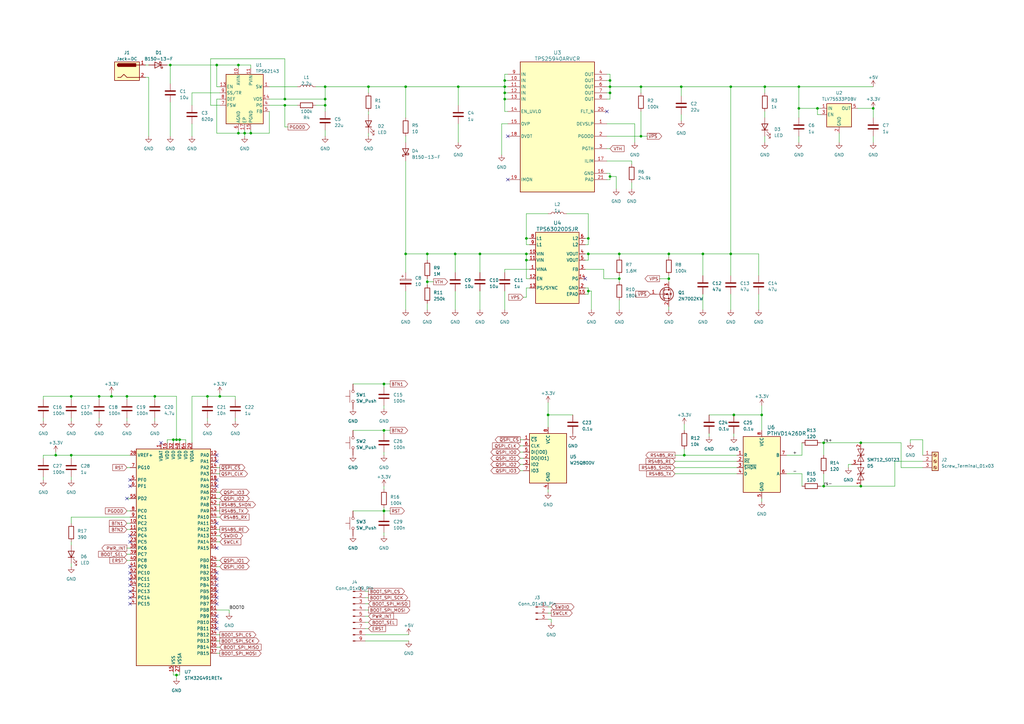
<source format=kicad_sch>
(kicad_sch (version 20230121) (generator eeschema)
  (paper "A3")
  (junction (at 327.66 35.56))
  (junction (at 166.37 104.14))
  (junction (at 337.82 181.61))
  (junction (at 133.35 35.56))
  (junction (at 90.17 162.56))
  (junction (at 29.21 186.69))
  (junction (at 241.3 119.38))
  (junction (at 288.29 104.14))
  (junction (at 187.96 35.56))
  (junction (at 327.66 44.45))
  (junction (at 116.84 40.64))
  (junction (at 45.72 162.56))
  (junction (at 175.26 115.57))
  (junction (at 157.48 176.53))
  (junction (at 207.01 40.64))
  (junction (at 100.33 54.61))
  (junction (at 299.72 104.14))
  (junction (at 215.9 97.79))
  (junction (at 335.28 44.45))
  (junction (at 280.67 186.69))
  (junction (at 97.79 26.67))
  (junction (at 215.9 106.68))
  (junction (at 63.5 162.56))
  (junction (at 262.89 55.88))
  (junction (at 358.14 44.45))
  (junction (at 207.01 38.1))
  (junction (at 274.32 104.14))
  (junction (at 279.4 35.56))
  (junction (at 133.35 40.64))
  (junction (at 207.01 33.02))
  (junction (at 250.19 35.56))
  (junction (at 337.82 199.39))
  (junction (at 241.3 97.79))
  (junction (at 196.85 104.14))
  (junction (at 254 114.3))
  (junction (at 157.48 209.55))
  (junction (at 116.84 43.18))
  (junction (at 250.19 33.02))
  (junction (at 29.21 162.56))
  (junction (at 262.89 35.56))
  (junction (at 157.48 157.48))
  (junction (at 207.01 35.56))
  (junction (at 300.99 170.18))
  (junction (at 353.06 181.61))
  (junction (at 97.79 54.61))
  (junction (at 72.39 276.86))
  (junction (at 52.07 162.56))
  (junction (at 313.69 35.56))
  (junction (at 71.12 180.34))
  (junction (at 274.32 114.3))
  (junction (at 224.79 170.18))
  (junction (at 85.09 162.56))
  (junction (at 353.06 199.39))
  (junction (at 69.85 26.67))
  (junction (at 175.26 104.14))
  (junction (at 299.72 35.56))
  (junction (at 133.35 43.18))
  (junction (at 73.66 180.34))
  (junction (at 215.9 104.14))
  (junction (at 22.86 186.69))
  (junction (at 102.87 54.61))
  (junction (at 250.19 38.1))
  (junction (at 166.37 35.56))
  (junction (at 88.9 26.67))
  (junction (at 186.69 104.14))
  (junction (at 241.3 104.14))
  (junction (at 312.42 170.18))
  (junction (at 250.19 72.39))
  (junction (at 72.39 180.34))
  (junction (at 151.13 35.56))
  (junction (at 40.64 162.56))
  (junction (at 254 104.14))
  (no_connect (at 88.9 196.85))
  (no_connect (at 53.34 245.11))
  (no_connect (at 88.9 189.23))
  (no_connect (at 88.9 240.03))
  (no_connect (at 88.9 257.81))
  (no_connect (at 53.34 196.85))
  (no_connect (at 88.9 234.95))
  (no_connect (at 88.9 242.57))
  (no_connect (at 88.9 186.69))
  (no_connect (at 88.9 214.63))
  (no_connect (at 88.9 237.49))
  (no_connect (at 88.9 224.79))
  (no_connect (at 208.28 55.88))
  (no_connect (at 53.34 240.03))
  (no_connect (at 52.07 204.47))
  (no_connect (at 66.04 181.61))
  (no_connect (at 88.9 252.73))
  (no_connect (at 88.9 199.39))
  (no_connect (at 53.34 219.71))
  (no_connect (at 53.34 237.49))
  (no_connect (at 53.34 247.65))
  (no_connect (at 53.34 199.39))
  (no_connect (at 208.28 73.66))
  (no_connect (at 88.9 245.11))
  (no_connect (at 53.34 242.57))
  (no_connect (at 248.92 45.72))
  (no_connect (at 240.03 114.3))
  (no_connect (at 53.34 222.25))
  (no_connect (at 88.9 255.27))
  (no_connect (at 53.34 232.41))
  (no_connect (at 88.9 247.65))
  (no_connect (at 53.34 234.95))
  (wire (pts (xy 151.13 45.72) (xy 151.13 46.99)))
  (wire (pts (xy 157.48 218.44) (xy 157.48 219.71)))
  (wire (pts (xy 373.38 180.34) (xy 378.46 180.34)))
  (wire (pts (xy 88.9 26.67) (xy 97.79 26.67)))
  (wire (pts (xy 151.13 35.56) (xy 151.13 38.1)))
  (wire (pts (xy 262.89 35.56) (xy 262.89 38.1)))
  (wire (pts (xy 186.69 119.38) (xy 186.69 127)))
  (wire (pts (xy 149.86 242.57) (xy 151.13 242.57)))
  (wire (pts (xy 116.84 43.18) (xy 121.92 43.18)))
  (wire (pts (xy 149.86 255.27) (xy 151.13 255.27)))
  (wire (pts (xy 17.78 186.69) (xy 17.78 187.96)))
  (wire (pts (xy 88.9 265.43) (xy 90.17 265.43)))
  (wire (pts (xy 250.19 35.56) (xy 262.89 35.56)))
  (wire (pts (xy 215.9 87.63) (xy 224.79 87.63)))
  (wire (pts (xy 52.07 171.45) (xy 52.07 172.72)))
  (wire (pts (xy 207.01 111.76) (xy 207.01 110.49)))
  (wire (pts (xy 110.49 40.64) (xy 116.84 40.64)))
  (wire (pts (xy 248.92 38.1) (xy 250.19 38.1)))
  (wire (pts (xy 166.37 119.38) (xy 166.37 127)))
  (wire (pts (xy 73.66 180.34) (xy 76.2 180.34)))
  (wire (pts (xy 250.19 72.39) (xy 250.19 73.66)))
  (wire (pts (xy 78.74 43.18) (xy 78.74 38.1)))
  (wire (pts (xy 337.82 199.39) (xy 337.82 194.31)))
  (wire (pts (xy 116.84 24.13) (xy 116.84 40.64)))
  (wire (pts (xy 336.55 46.99) (xy 335.28 46.99)))
  (wire (pts (xy 175.26 104.14) (xy 186.69 104.14)))
  (wire (pts (xy 196.85 119.38) (xy 196.85 127)))
  (wire (pts (xy 213.36 185.42) (xy 214.63 185.42)))
  (wire (pts (xy 288.29 104.14) (xy 299.72 104.14)))
  (wire (pts (xy 241.3 104.14) (xy 254 104.14)))
  (wire (pts (xy 280.67 184.15) (xy 280.67 186.69)))
  (wire (pts (xy 166.37 111.76) (xy 166.37 104.14)))
  (wire (pts (xy 88.9 260.35) (xy 90.17 260.35)))
  (wire (pts (xy 250.19 71.12) (xy 250.19 72.39)))
  (wire (pts (xy 262.89 55.88) (xy 265.43 55.88)))
  (wire (pts (xy 88.9 219.71) (xy 90.17 219.71)))
  (wire (pts (xy 299.72 35.56) (xy 299.72 104.14)))
  (wire (pts (xy 327.66 35.56) (xy 327.66 44.45)))
  (wire (pts (xy 322.58 186.69) (xy 328.93 186.69)))
  (wire (pts (xy 217.17 100.33) (xy 215.9 100.33)))
  (wire (pts (xy 86.36 43.18) (xy 86.36 24.13)))
  (wire (pts (xy 248.92 40.64) (xy 250.19 40.64)))
  (wire (pts (xy 224.79 200.66) (xy 224.79 201.93)))
  (wire (pts (xy 250.19 35.56) (xy 250.19 33.02)))
  (wire (pts (xy 290.83 170.18) (xy 300.99 170.18)))
  (wire (pts (xy 88.9 229.87) (xy 90.17 229.87)))
  (wire (pts (xy 52.07 217.17) (xy 53.34 217.17)))
  (wire (pts (xy 116.84 40.64) (xy 133.35 40.64)))
  (wire (pts (xy 248.92 73.66) (xy 250.19 73.66)))
  (wire (pts (xy 133.35 45.72) (xy 133.35 43.18)))
  (wire (pts (xy 311.15 104.14) (xy 311.15 113.03)))
  (wire (pts (xy 327.66 44.45) (xy 335.28 44.45)))
  (wire (pts (xy 90.17 40.64) (xy 88.9 40.64)))
  (wire (pts (xy 78.74 162.56) (xy 78.74 181.61)))
  (wire (pts (xy 226.06 254) (xy 226.06 255.27)))
  (wire (pts (xy 76.2 180.34) (xy 76.2 181.61)))
  (wire (pts (xy 52.07 209.55) (xy 53.34 209.55)))
  (wire (pts (xy 250.19 30.48) (xy 250.19 33.02)))
  (wire (pts (xy 71.12 276.86) (xy 72.39 276.86)))
  (wire (pts (xy 205.74 50.8) (xy 205.74 63.5)))
  (wire (pts (xy 259.08 74.93) (xy 259.08 77.47)))
  (wire (pts (xy 276.86 189.23) (xy 302.26 189.23)))
  (wire (pts (xy 17.78 162.56) (xy 17.78 163.83)))
  (wire (pts (xy 52.07 229.87) (xy 53.34 229.87)))
  (wire (pts (xy 151.13 54.61) (xy 151.13 55.88)))
  (wire (pts (xy 240.03 106.68) (xy 241.3 106.68)))
  (wire (pts (xy 85.09 162.56) (xy 78.74 162.56)))
  (wire (pts (xy 312.42 204.47) (xy 312.42 205.74)))
  (wire (pts (xy 166.37 35.56) (xy 187.96 35.56)))
  (wire (pts (xy 73.66 180.34) (xy 73.66 181.61)))
  (wire (pts (xy 97.79 26.67) (xy 97.79 27.94)))
  (wire (pts (xy 322.58 194.31) (xy 328.93 194.31)))
  (wire (pts (xy 129.54 43.18) (xy 133.35 43.18)))
  (wire (pts (xy 73.66 276.86) (xy 72.39 276.86)))
  (wire (pts (xy 52.07 227.33) (xy 53.34 227.33)))
  (wire (pts (xy 90.17 161.29) (xy 90.17 162.56)))
  (wire (pts (xy 215.9 104.14) (xy 215.9 106.68)))
  (wire (pts (xy 276.86 186.69) (xy 280.67 186.69)))
  (wire (pts (xy 29.21 171.45) (xy 29.21 172.72)))
  (wire (pts (xy 328.93 181.61) (xy 328.93 186.69)))
  (wire (pts (xy 160.02 209.55) (xy 157.48 209.55)))
  (wire (pts (xy 160.02 176.53) (xy 157.48 176.53)))
  (wire (pts (xy 29.21 222.25) (xy 29.21 223.52)))
  (wire (pts (xy 254 104.14) (xy 254 105.41)))
  (wire (pts (xy 215.9 121.92) (xy 215.9 118.11)))
  (wire (pts (xy 241.3 118.11) (xy 241.3 119.38)))
  (wire (pts (xy 110.49 45.72) (xy 110.49 54.61)))
  (wire (pts (xy 213.36 190.5) (xy 214.63 190.5)))
  (wire (pts (xy 160.02 157.48) (xy 157.48 157.48)))
  (wire (pts (xy 280.67 173.99) (xy 280.67 176.53)))
  (wire (pts (xy 151.13 35.56) (xy 166.37 35.56)))
  (wire (pts (xy 110.49 35.56) (xy 121.92 35.56)))
  (wire (pts (xy 85.09 171.45) (xy 85.09 172.72)))
  (wire (pts (xy 279.4 46.99) (xy 279.4 49.53)))
  (wire (pts (xy 288.29 120.65) (xy 288.29 127)))
  (wire (pts (xy 149.86 262.89) (xy 167.64 262.89)))
  (wire (pts (xy 63.5 162.56) (xy 52.07 162.56)))
  (wire (pts (xy 313.69 45.72) (xy 313.69 48.26)))
  (wire (pts (xy 213.36 180.34) (xy 214.63 180.34)))
  (wire (pts (xy 288.29 104.14) (xy 288.29 113.03)))
  (wire (pts (xy 72.39 276.86) (xy 72.39 278.13)))
  (wire (pts (xy 157.48 185.42) (xy 157.48 186.69)))
  (wire (pts (xy 327.66 44.45) (xy 327.66 48.26)))
  (wire (pts (xy 90.17 162.56) (xy 85.09 162.56)))
  (wire (pts (xy 52.07 214.63) (xy 53.34 214.63)))
  (wire (pts (xy 248.92 55.88) (xy 262.89 55.88)))
  (wire (pts (xy 241.3 119.38) (xy 241.3 120.65)))
  (wire (pts (xy 337.82 181.61) (xy 353.06 181.61)))
  (wire (pts (xy 378.46 180.34) (xy 378.46 186.69)))
  (wire (pts (xy 207.01 35.56) (xy 207.01 38.1)))
  (wire (pts (xy 207.01 35.56) (xy 208.28 35.56)))
  (wire (pts (xy 78.74 38.1) (xy 90.17 38.1)))
  (wire (pts (xy 72.39 180.34) (xy 71.12 180.34)))
  (wire (pts (xy 240.03 100.33) (xy 241.3 100.33)))
  (wire (pts (xy 207.01 38.1) (xy 208.28 38.1)))
  (wire (pts (xy 186.69 111.76) (xy 186.69 104.14)))
  (wire (pts (xy 149.86 252.73) (xy 151.13 252.73)))
  (wire (pts (xy 205.74 50.8) (xy 208.28 50.8)))
  (wire (pts (xy 88.9 35.56) (xy 88.9 26.67)))
  (wire (pts (xy 102.87 53.34) (xy 102.87 54.61)))
  (wire (pts (xy 207.01 33.02) (xy 207.01 35.56)))
  (wire (pts (xy 224.79 251.46) (xy 226.06 251.46)))
  (wire (pts (xy 373.38 180.34) (xy 373.38 181.61)))
  (wire (pts (xy 110.49 43.18) (xy 116.84 43.18)))
  (wire (pts (xy 166.37 66.04) (xy 166.37 104.14)))
  (wire (pts (xy 327.66 55.88) (xy 327.66 58.42)))
  (wire (pts (xy 88.9 204.47) (xy 90.17 204.47)))
  (wire (pts (xy 102.87 27.94) (xy 102.87 26.67)))
  (wire (pts (xy 22.86 185.42) (xy 22.86 186.69)))
  (wire (pts (xy 254 114.3) (xy 254 115.57)))
  (wire (pts (xy 100.33 54.61) (xy 100.33 55.88)))
  (wire (pts (xy 88.9 232.41) (xy 90.17 232.41)))
  (wire (pts (xy 29.21 162.56) (xy 29.21 163.83)))
  (wire (pts (xy 274.32 114.3) (xy 274.32 115.57)))
  (wire (pts (xy 17.78 195.58) (xy 17.78 196.85)))
  (wire (pts (xy 224.79 254) (xy 226.06 254)))
  (wire (pts (xy 217.17 104.14) (xy 215.9 104.14)))
  (wire (pts (xy 337.82 181.61) (xy 337.82 186.69)))
  (wire (pts (xy 90.17 43.18) (xy 86.36 43.18)))
  (wire (pts (xy 166.37 104.14) (xy 175.26 104.14)))
  (wire (pts (xy 133.35 35.56) (xy 133.35 40.64)))
  (wire (pts (xy 336.55 199.39) (xy 337.82 199.39)))
  (wire (pts (xy 40.64 171.45) (xy 40.64 172.72)))
  (wire (pts (xy 157.48 208.28) (xy 157.48 209.55)))
  (wire (pts (xy 312.42 166.37) (xy 312.42 170.18)))
  (wire (pts (xy 196.85 104.14) (xy 215.9 104.14)))
  (wire (pts (xy 240.03 118.11) (xy 241.3 118.11)))
  (wire (pts (xy 215.9 97.79) (xy 217.17 97.79)))
  (wire (pts (xy 157.48 176.53) (xy 157.48 177.8)))
  (wire (pts (xy 71.12 180.34) (xy 68.58 180.34)))
  (wire (pts (xy 60.96 55.88) (xy 60.96 31.75)))
  (wire (pts (xy 186.69 104.14) (xy 196.85 104.14)))
  (wire (pts (xy 110.49 54.61) (xy 102.87 54.61)))
  (wire (pts (xy 157.48 209.55) (xy 157.48 210.82)))
  (wire (pts (xy 72.39 180.34) (xy 73.66 180.34)))
  (wire (pts (xy 100.33 53.34) (xy 100.33 54.61)))
  (wire (pts (xy 52.07 191.77) (xy 53.34 191.77)))
  (wire (pts (xy 166.37 55.88) (xy 166.37 58.42)))
  (wire (pts (xy 276.86 194.31) (xy 302.26 194.31)))
  (wire (pts (xy 369.57 181.61) (xy 369.57 191.77)))
  (wire (pts (xy 187.96 43.18) (xy 187.96 35.56)))
  (wire (pts (xy 149.86 250.19) (xy 151.13 250.19)))
  (wire (pts (xy 45.72 161.29) (xy 45.72 162.56)))
  (wire (pts (xy 59.69 26.67) (xy 60.96 26.67)))
  (wire (pts (xy 312.42 170.18) (xy 312.42 176.53)))
  (wire (pts (xy 22.86 186.69) (xy 17.78 186.69)))
  (wire (pts (xy 248.92 50.8) (xy 260.35 50.8)))
  (wire (pts (xy 97.79 54.61) (xy 97.79 53.34)))
  (wire (pts (xy 88.9 40.64) (xy 88.9 54.61)))
  (wire (pts (xy 207.01 110.49) (xy 217.17 110.49)))
  (wire (pts (xy 351.79 44.45) (xy 358.14 44.45)))
  (wire (pts (xy 133.35 53.34) (xy 133.35 55.88)))
  (wire (pts (xy 60.96 31.75) (xy 59.69 31.75)))
  (wire (pts (xy 248.92 60.96) (xy 250.19 60.96)))
  (wire (pts (xy 88.9 250.19) (xy 93.98 250.19)))
  (wire (pts (xy 96.52 171.45) (xy 96.52 172.72)))
  (wire (pts (xy 133.35 35.56) (xy 151.13 35.56)))
  (wire (pts (xy 88.9 212.09) (xy 90.17 212.09)))
  (wire (pts (xy 116.84 43.18) (xy 116.84 52.07)))
  (wire (pts (xy 149.86 245.11) (xy 151.13 245.11)))
  (wire (pts (xy 313.69 35.56) (xy 327.66 35.56)))
  (wire (pts (xy 63.5 162.56) (xy 72.39 162.56)))
  (wire (pts (xy 248.92 66.04) (xy 259.08 66.04)))
  (wire (pts (xy 241.3 100.33) (xy 241.3 97.79)))
  (wire (pts (xy 40.64 162.56) (xy 40.64 163.83)))
  (wire (pts (xy 196.85 111.76) (xy 196.85 104.14)))
  (wire (pts (xy 208.28 40.64) (xy 207.01 40.64)))
  (wire (pts (xy 240.03 104.14) (xy 241.3 104.14)))
  (wire (pts (xy 252.73 72.39) (xy 250.19 72.39)))
  (wire (pts (xy 88.9 194.31) (xy 90.17 194.31)))
  (wire (pts (xy 250.19 40.64) (xy 250.19 38.1)))
  (wire (pts (xy 29.21 212.09) (xy 53.34 212.09)))
  (wire (pts (xy 116.84 52.07) (xy 118.11 52.07)))
  (wire (pts (xy 241.3 97.79) (xy 241.3 87.63)))
  (wire (pts (xy 215.9 106.68) (xy 217.17 106.68)))
  (wire (pts (xy 367.03 189.23) (xy 367.03 199.39)))
  (wire (pts (xy 52.07 204.47) (xy 53.34 204.47)))
  (wire (pts (xy 144.78 209.55) (xy 157.48 209.55)))
  (wire (pts (xy 157.48 157.48) (xy 157.48 158.75)))
  (wire (pts (xy 215.9 97.79) (xy 215.9 87.63)))
  (wire (pts (xy 262.89 55.88) (xy 262.89 45.72)))
  (wire (pts (xy 358.14 55.88) (xy 358.14 58.42)))
  (wire (pts (xy 241.3 87.63) (xy 232.41 87.63)))
  (wire (pts (xy 280.67 186.69) (xy 302.26 186.69)))
  (wire (pts (xy 215.9 118.11) (xy 217.17 118.11)))
  (wire (pts (xy 144.78 157.48) (xy 157.48 157.48)))
  (wire (pts (xy 290.83 177.8) (xy 290.83 179.07)))
  (wire (pts (xy 157.48 166.37) (xy 157.48 167.64)))
  (wire (pts (xy 335.28 46.99) (xy 335.28 44.45)))
  (wire (pts (xy 73.66 275.59) (xy 73.66 276.86)))
  (wire (pts (xy 248.92 35.56) (xy 250.19 35.56)))
  (wire (pts (xy 300.99 177.8) (xy 300.99 179.07)))
  (wire (pts (xy 93.98 250.19) (xy 93.98 251.46)))
  (wire (pts (xy 29.21 162.56) (xy 40.64 162.56)))
  (wire (pts (xy 71.12 180.34) (xy 71.12 181.61)))
  (wire (pts (xy 299.72 120.65) (xy 299.72 127)))
  (wire (pts (xy 215.9 100.33) (xy 215.9 97.79)))
  (wire (pts (xy 88.9 191.77) (xy 90.17 191.77)))
  (wire (pts (xy 29.21 195.58) (xy 29.21 196.85)))
  (wire (pts (xy 241.3 97.79) (xy 240.03 97.79)))
  (wire (pts (xy 260.35 50.8) (xy 260.35 58.42)))
  (wire (pts (xy 68.58 180.34) (xy 68.58 181.61)))
  (wire (pts (xy 52.07 224.79) (xy 53.34 224.79)))
  (wire (pts (xy 68.58 26.67) (xy 69.85 26.67)))
  (wire (pts (xy 52.07 162.56) (xy 52.07 163.83)))
  (wire (pts (xy 175.26 115.57) (xy 177.8 115.57)))
  (wire (pts (xy 276.86 191.77) (xy 302.26 191.77)))
  (wire (pts (xy 247.65 114.3) (xy 254 114.3)))
  (wire (pts (xy 175.26 114.3) (xy 175.26 115.57)))
  (wire (pts (xy 213.36 193.04) (xy 214.63 193.04)))
  (wire (pts (xy 208.28 30.48) (xy 207.01 30.48)))
  (wire (pts (xy 313.69 55.88) (xy 313.69 58.42)))
  (wire (pts (xy 279.4 39.37) (xy 279.4 35.56)))
  (wire (pts (xy 207.01 119.38) (xy 207.01 127)))
  (wire (pts (xy 328.93 194.31) (xy 328.93 199.39)))
  (wire (pts (xy 69.85 41.91) (xy 69.85 55.88)))
  (wire (pts (xy 254 114.3) (xy 254 113.03)))
  (wire (pts (xy 274.32 113.03) (xy 274.32 114.3)))
  (wire (pts (xy 17.78 171.45) (xy 17.78 172.72)))
  (wire (pts (xy 29.21 186.69) (xy 53.34 186.69)))
  (wire (pts (xy 100.33 54.61) (xy 97.79 54.61)))
  (wire (pts (xy 240.03 120.65) (xy 241.3 120.65)))
  (wire (pts (xy 262.89 35.56) (xy 279.4 35.56)))
  (wire (pts (xy 213.36 187.96) (xy 214.63 187.96)))
  (wire (pts (xy 353.06 199.39) (xy 367.03 199.39)))
  (wire (pts (xy 241.3 104.14) (xy 241.3 106.68)))
  (wire (pts (xy 242.57 119.38) (xy 241.3 119.38)))
  (wire (pts (xy 102.87 54.61) (xy 100.33 54.61)))
  (wire (pts (xy 224.79 248.92) (xy 226.06 248.92)))
  (wire (pts (xy 254 104.14) (xy 274.32 104.14)))
  (wire (pts (xy 207.01 40.64) (xy 207.01 38.1)))
  (wire (pts (xy 327.66 35.56) (xy 358.14 35.56)))
  (wire (pts (xy 347.98 190.5) (xy 349.25 190.5)))
  (wire (pts (xy 367.03 189.23) (xy 378.46 189.23)))
  (wire (pts (xy 254 123.19) (xy 254 127)))
  (wire (pts (xy 29.21 212.09) (xy 29.21 214.63)))
  (wire (pts (xy 347.98 191.77) (xy 347.98 190.5)))
  (wire (pts (xy 274.32 125.73) (xy 274.32 127)))
  (wire (pts (xy 250.19 38.1) (xy 250.19 35.56)))
  (wire (pts (xy 88.9 54.61) (xy 97.79 54.61)))
  (wire (pts (xy 248.92 30.48) (xy 250.19 30.48)))
  (wire (pts (xy 336.55 181.61) (xy 337.82 181.61)))
  (wire (pts (xy 353.06 181.61) (xy 369.57 181.61)))
  (wire (pts (xy 259.08 66.04) (xy 259.08 67.31)))
  (wire (pts (xy 88.9 267.97) (xy 90.17 267.97)))
  (wire (pts (xy 29.21 187.96) (xy 29.21 186.69)))
  (wire (pts (xy 187.96 35.56) (xy 207.01 35.56)))
  (wire (pts (xy 369.57 191.77) (xy 378.46 191.77)))
  (wire (pts (xy 247.65 114.3) (xy 247.65 110.49)))
  (wire (pts (xy 214.63 121.92) (xy 215.9 121.92)))
  (wire (pts (xy 248.92 71.12) (xy 250.19 71.12)))
  (wire (pts (xy 40.64 162.56) (xy 45.72 162.56)))
  (wire (pts (xy 69.85 26.67) (xy 88.9 26.67)))
  (wire (pts (xy 85.09 162.56) (xy 85.09 163.83)))
  (wire (pts (xy 279.4 35.56) (xy 299.72 35.56)))
  (wire (pts (xy 88.9 262.89) (xy 90.17 262.89)))
  (wire (pts (xy 17.78 162.56) (xy 29.21 162.56)))
  (wire (pts (xy 300.99 170.18) (xy 312.42 170.18)))
  (wire (pts (xy 144.78 176.53) (xy 157.48 176.53)))
  (wire (pts (xy 208.28 33.02) (xy 207.01 33.02)))
  (wire (pts (xy 337.82 199.39) (xy 353.06 199.39)))
  (wire (pts (xy 90.17 35.56) (xy 88.9 35.56)))
  (wire (pts (xy 29.21 186.69) (xy 22.86 186.69)))
  (wire (pts (xy 344.17 54.61) (xy 344.17 58.42)))
  (wire (pts (xy 78.74 50.8) (xy 78.74 55.88)))
  (wire (pts (xy 63.5 171.45) (xy 63.5 172.72)))
  (wire (pts (xy 335.28 44.45) (xy 336.55 44.45)))
  (wire (pts (xy 88.9 209.55) (xy 90.17 209.55)))
  (wire (pts (xy 242.57 119.38) (xy 242.57 127)))
  (wire (pts (xy 247.65 110.49) (xy 240.03 110.49)))
  (wire (pts (xy 88.9 222.25) (xy 90.17 222.25)))
  (wire (pts (xy 102.87 26.67) (xy 97.79 26.67)))
  (wire (pts (xy 252.73 77.47) (xy 252.73 72.39)))
  (wire (pts (xy 175.26 104.14) (xy 175.26 106.68)))
  (wire (pts (xy 311.15 120.65) (xy 311.15 127)))
  (wire (pts (xy 88.9 207.01) (xy 90.17 207.01)))
  (wire (pts (xy 29.21 231.14) (xy 29.21 232.41)))
  (wire (pts (xy 45.72 162.56) (xy 52.07 162.56)))
  (wire (pts (xy 71.12 275.59) (xy 71.12 276.86)))
  (wire (pts (xy 313.69 35.56) (xy 313.69 38.1)))
  (wire (pts (xy 69.85 34.29) (xy 69.85 26.67)))
  (wire (pts (xy 358.14 44.45) (xy 358.14 48.26)))
  (wire (pts (xy 217.17 114.3) (xy 215.9 114.3)))
  (wire (pts (xy 187.96 50.8) (xy 187.96 58.42)))
  (wire (pts (xy 149.86 260.35) (xy 167.64 260.35)))
  (wire (pts (xy 149.86 247.65) (xy 151.13 247.65)))
  (wire (pts (xy 270.51 114.3) (xy 274.32 114.3)))
  (wire (pts (xy 175.26 124.46) (xy 175.26 127)))
  (wire (pts (xy 274.32 104.14) (xy 274.32 105.41)))
  (wire (pts (xy 157.48 199.39) (xy 157.48 200.66)))
  (wire (pts (xy 224.79 170.18) (xy 224.79 175.26)))
  (wire (pts (xy 166.37 35.56) (xy 166.37 48.26)))
  (wire (pts (xy 299.72 104.14) (xy 311.15 104.14)))
  (wire (pts (xy 96.52 162.56) (xy 90.17 162.56)))
  (wire (pts (xy 248.92 33.02) (xy 250.19 33.02)))
  (wire (pts (xy 63.5 163.83) (xy 63.5 162.56)))
  (wire (pts (xy 213.36 182.88) (xy 214.63 182.88)))
  (wire (pts (xy 72.39 162.56) (xy 72.39 180.34)))
  (wire (pts (xy 88.9 217.17) (xy 90.17 217.17)))
  (wire (pts (xy 207.01 40.64) (xy 207.01 45.72)))
  (wire (pts (xy 224.79 165.1) (xy 224.79 170.18)))
  (wire (pts (xy 215.9 114.3) (xy 215.9 106.68)))
  (wire (pts (xy 224.79 170.18) (xy 234.95 170.18)))
  (wire (pts (xy 208.28 45.72) (xy 207.01 45.72)))
  (wire (pts (xy 299.72 35.56) (xy 313.69 35.56)))
  (wire (pts (xy 129.54 35.56) (xy 133.35 35.56)))
  (wire (pts (xy 88.9 201.93) (xy 90.17 201.93)))
  (wire (pts (xy 274.32 104.14) (xy 288.29 104.14)))
  (wire (pts (xy 133.35 43.18) (xy 133.35 40.64)))
  (wire (pts (xy 175.26 115.57) (xy 175.26 116.84)))
  (wire (pts (xy 207.01 30.48) (xy 207.01 33.02)))
  (wire (pts (xy 299.72 104.14) (xy 299.72 113.03)))
  (wire (pts (xy 86.36 24.13) (xy 116.84 24.13)))
  (wire (pts (xy 149.86 257.81) (xy 151.13 257.81)))
  (wire (pts (xy 96.52 163.83) (xy 96.52 162.56)))
  (label "rs+" (at 337.82 181.61 0))
  (label "-" (at 325.12 194.31 0))
  (label "rs-" (at 337.82 199.39 0))
  (label "BOOT0" (at 93.98 250.19 0))
  (label "+" (at 325.12 186.69 0))
  (global_label "VPS" (shape output) (at 270.51 114.3 180) (property "Intersheetrefs" "${INTERSHEET_REFS}" (effects hide)))
  (global_label "BOOT_SEL" (shape input) (at 151.13 255.27 0) (property "Intersheetrefs" "${INTERSHEET_REFS}" (effects hide)))
  (global_label "RS485_RX" (shape output) (at 276.86 186.69 180) (property "Intersheetrefs" "${INTERSHEET_REFS}" (effects hide)))
  (global_label "SWDIO" (shape bidirectional) (at 226.06 248.92 0) (property "Intersheetrefs" "${INTERSHEET_REFS}" (effects hide)))
  (global_label "QSPI_IO3" (shape bidirectional) (at 90.17 201.93 0) (property "Intersheetrefs" "${INTERSHEET_REFS}" (effects hide)))
  (global_label "QSPI_IO1" (shape bidirectional) (at 90.17 229.87 0) (property "Intersheetrefs" "${INTERSHEET_REFS}" (effects hide)))
  (global_label "ERST" (shape input) (at 151.13 257.81 0) (property "Intersheetrefs" "${INTERSHEET_REFS}" (effects hide)))
  (global_label "QSPI_IO0" (shape bidirectional) (at 213.36 185.42 180) (property "Intersheetrefs" "${INTERSHEET_REFS}" (effects hide)))
  (global_label "PWR_INT" (shape input) (at 151.13 252.73 0) (property "Intersheetrefs" "${INTERSHEET_REFS}" (effects hide)))
  (global_label "RST" (shape output) (at 160.02 209.55 0) (property "Intersheetrefs" "${INTERSHEET_REFS}" (effects hide)))
  (global_label "RS485_TX" (shape input) (at 276.86 194.31 180) (property "Intersheetrefs" "${INTERSHEET_REFS}" (effects hide)))
  (global_label "QSPI_IO0" (shape bidirectional) (at 90.17 232.41 0) (property "Intersheetrefs" "${INTERSHEET_REFS}" (effects hide)))
  (global_label "SWCLK" (shape input) (at 90.17 222.25 0) (property "Intersheetrefs" "${INTERSHEET_REFS}" (effects hide)))
  (global_label "RS485_SHDN" (shape input) (at 276.86 191.77 180) (property "Intersheetrefs" "${INTERSHEET_REFS}" (effects hide)))
  (global_label "PGOOD" (shape output) (at 118.11 52.07 0) (property "Intersheetrefs" "${INTERSHEET_REFS}" (effects hide)))
  (global_label "BOOT_SPI_MISO" (shape input) (at 151.13 247.65 0) (property "Intersheetrefs" "${INTERSHEET_REFS}" (effects hide)))
  (global_label "QSPI_CLK" (shape output) (at 90.17 194.31 0) (property "Intersheetrefs" "${INTERSHEET_REFS}" (effects hide)))
  (global_label "RS485_RX" (shape input) (at 90.17 212.09 0) (property "Intersheetrefs" "${INTERSHEET_REFS}" (effects hide)))
  (global_label "QSPI_IO2" (shape bidirectional) (at 213.36 190.5 180) (property "Intersheetrefs" "${INTERSHEET_REFS}" (effects hide)))
  (global_label "BOOT_SEL" (shape input) (at 52.07 227.33 180) (property "Intersheetrefs" "${INTERSHEET_REFS}" (effects hide)))
  (global_label "ERST" (shape input) (at 52.07 229.87 180) (property "Intersheetrefs" "${INTERSHEET_REFS}" (effects hide)))
  (global_label "BOOT_SPI_CS" (shape output) (at 151.13 242.57 0) (property "Intersheetrefs" "${INTERSHEET_REFS}" (effects hide)))
  (global_label "VTH" (shape output) (at 177.8 115.57 0) (property "Intersheetrefs" "${INTERSHEET_REFS}" (effects hide)))
  (global_label "BOOT_SPI_SCK" (shape output) (at 151.13 245.11 0) (property "Intersheetrefs" "${INTERSHEET_REFS}" (effects hide)))
  (global_label "RST" (shape input) (at 52.07 191.77 180) (property "Intersheetrefs" "${INTERSHEET_REFS}" (effects hide)))
  (global_label "QSPI_IO3" (shape bidirectional) (at 213.36 193.04 180) (property "Intersheetrefs" "${INTERSHEET_REFS}" (effects hide)))
  (global_label "BOOT_SPI_MOSI" (shape output) (at 151.13 250.19 0) (property "Intersheetrefs" "${INTERSHEET_REFS}" (effects hide)))
  (global_label "SWDIO" (shape bidirectional) (at 90.17 219.71 0) (property "Intersheetrefs" "${INTERSHEET_REFS}" (effects hide)))
  (global_label "QSPI_CLK" (shape input) (at 213.36 182.88 180) (property "Intersheetrefs" "${INTERSHEET_REFS}" (effects hide)))
  (global_label "RS485_TX" (shape output) (at 90.17 209.55 0) (property "Intersheetrefs" "${INTERSHEET_REFS}" (effects hide)))
  (global_label "RS485_RE" (shape output) (at 90.17 217.17 0) (property "Intersheetrefs" "${INTERSHEET_REFS}" (effects hide)))
  (global_label "BTN1" (shape input) (at 52.07 214.63 180) (property "Intersheetrefs" "${INTERSHEET_REFS}" (effects hide)))
  (global_label "BTN2" (shape input) (at 52.07 217.17 180) (property "Intersheetrefs" "${INTERSHEET_REFS}" (effects hide)))
  (global_label "SWCLK" (shape output) (at 226.06 251.46 0) (property "Intersheetrefs" "${INTERSHEET_REFS}" (effects hide)))
  (global_label "~{VPS}" (shape output) (at 265.43 55.88 0) (property "Intersheetrefs" "${INTERSHEET_REFS}" (effects hide)))
  (global_label "QSPI_IO1" (shape bidirectional) (at 213.36 187.96 180) (property "Intersheetrefs" "${INTERSHEET_REFS}" (effects hide)))
  (global_label "RS485_RE" (shape input) (at 276.86 189.23 180) (property "Intersheetrefs" "${INTERSHEET_REFS}" (effects hide)))
  (global_label "VPS" (shape input) (at 214.63 121.92 180) (property "Intersheetrefs" "${INTERSHEET_REFS}" (effects hide)))
  (global_label "BTN1" (shape output) (at 160.02 157.48 0) (property "Intersheetrefs" "${INTERSHEET_REFS}" (effects hide)))
  (global_label "BOOT_SPI_CS" (shape output) (at 90.17 260.35 0) (property "Intersheetrefs" "${INTERSHEET_REFS}" (effects hide)))
  (global_label "PGOOD" (shape input) (at 52.07 209.55 180) (property "Intersheetrefs" "${INTERSHEET_REFS}" (effects hide)))
  (global_label "BOOT_SPI_SCK" (shape output) (at 90.17 262.89 0) (property "Intersheetrefs" "${INTERSHEET_REFS}" (effects hide)))
  (global_label "VTH" (shape input) (at 250.19 60.96 0) (property "Intersheetrefs" "${INTERSHEET_REFS}" (effects hide)))
  (global_label "BOOT_SPI_MOSI" (shape output) (at 90.17 267.97 0) (property "Intersheetrefs" "${INTERSHEET_REFS}" (effects hide)))
  (global_label "PWR_INT" (shape output) (at 52.07 224.79 180) (property "Intersheetrefs" "${INTERSHEET_REFS}" (effects hide)))
  (global_label "BTN2" (shape output) (at 160.02 176.53 0) (property "Intersheetrefs" "${INTERSHEET_REFS}" (effects hide)))
  (global_label "BOOT_SPI_MISO" (shape input) (at 90.17 265.43 0) (property "Intersheetrefs" "${INTERSHEET_REFS}" (effects hide)))
  (global_label "~{QSPI_CS}" (shape output) (at 213.36 180.34 180) (property "Intersheetrefs" "${INTERSHEET_REFS}" (effects hide)))
  (global_label "~{VPS}" (shape input) (at 266.7 120.65 180) (property "Intersheetrefs" "${INTERSHEET_REFS}" (effects hide)))
  (global_label "~{QSPI_CS}" (shape output) (at 90.17 191.77 0) (property "Intersheetrefs" "${INTERSHEET_REFS}" (effects hide)))
  (global_label "RS485_SHDN" (shape output) (at 90.17 207.01 0) (property "Intersheetrefs" "${INTERSHEET_REFS}" (effects hide)))
  (global_label "QSPI_IO2" (shape bidirectional) (at 90.17 204.47 0) (property "Intersheetrefs" "${INTERSHEET_REFS}" (effects hide)))
  (symbol (lib_id "power:GND") (at 299.72 127 0) (unit 1)
    (property "Reference" "#PWR028" (effects hide))
    (property "Value" "GND" (at 299.72 132.08 0))
  )
  (symbol (lib_id "power:GND") (at 63.5 172.72 0) (mirror y) (unit 1)
    (property "Reference" "#PWR040" (effects hide))
    (property "Value" "GND" (at 63.5 177.8 0))
  )
  (symbol (lib_id "Device:R") (at 151.13 41.91 0) (unit 1)
    (property "Reference" "R1" (at 153.67 41.275 0) (effects (justify left)))
    (property "Value" "1k" (at 153.67 43.815 0) (effects (justify left)))
    (property "Footprint" "Resistor_SMD:R_0805_2012Metric_Pad1.20x1.40mm_HandSolder" (effects hide))
  )
  (symbol (lib_id "power:GND") (at 40.64 172.72 0) (mirror y) (unit 1)
    (property "Reference" "#PWR038" (effects hide))
    (property "Value" "GND" (at 40.64 177.8 0))
  )
  (symbol (lib_id "TPS63020DSJR:TPS63020DSJR") (at 179.07 100.33 0) (unit 1)
    (property "Reference" "U4" (at 228.6 91.44 0) (effects (font (size 1.524 1.524))))
    (property "Value" "TPS63020DSJR" (at 228.6 93.98 0) (effects (font (size 1.524 1.524))))
    (property "Footprint" "TPS63020DSJR_fp:DSJ14_2P85X1P58" (effects hide))
    (property "Datasheet" "TPS63020DSJR" (effects hide))
  )
  (symbol (lib_id "Device:C") (at 29.21 167.64 0) (unit 1)
    (property "Reference" "C17" (at 33.02 167.005 0) (effects (justify left)))
    (property "Value" "100n" (at 33.02 169.545 0) (effects (justify left)))
    (property "Footprint" "Capacitor_SMD:C_0805_2012Metric_Pad1.18x1.45mm_HandSolder" (effects hide))
  )
  (symbol (lib_id "power:GND") (at 196.85 127 0) (unit 1)
    (property "Reference" "#PWR022" (effects hide))
    (property "Value" "GND" (at 196.85 132.08 0))
  )
  (symbol (lib_id "Device:LED") (at 313.69 52.07 90) (unit 1)
    (property "Reference" "D3" (at 317.5 53.0225 90) (effects (justify right)))
    (property "Value" "LED" (at 317.5 55.5625 90) (effects (justify right)))
    (property "Footprint" "LED_SMD:LED_0805_2012Metric_Pad1.15x1.40mm_HandSolder" (effects hide))
  )
  (symbol (lib_id "Device:C") (at 157.48 181.61 0) (unit 1)
    (property "Reference" "C26" (at 161.29 180.975 0) (effects (justify left)))
    (property "Value" "100n" (at 161.29 183.515 0) (effects (justify left)))
    (property "Footprint" "Capacitor_SMD:C_0805_2012Metric_Pad1.18x1.45mm_HandSolder" (effects hide))
  )
  (symbol (lib_id "PTHVD1426DR:PTHVD1426DR") (at 284.48 189.23 0) (unit 1)
    (property "Reference" "U6" (at 316.23 175.26 0) (effects (font (size 1.524 1.524))))
    (property "Value" "PTHVD1426DR" (at 322.58 177.8 0) (effects (font (size 1.524 1.524))))
    (property "Footprint" "PTHVD1426DR_fp:SOIC_1426DR_TEX" (effects hide))
    (property "Datasheet" "PTHVD1426DR" (effects hide))
  )
  (symbol (lib_id "power:GND") (at 358.14 58.42 0) (unit 1)
    (property "Reference" "#PWR015" (effects hide))
    (property "Value" "GND" (at 358.14 63.5 0))
  )
  (symbol (lib_id "Device:R") (at 280.67 180.34 0) (unit 1)
    (property "Reference" "R12" (at 283.21 179.705 0) (effects (justify left)))
    (property "Value" "10k" (at 283.21 182.245 0) (effects (justify left)))
    (property "Footprint" "Resistor_SMD:R_0805_2012Metric_Pad1.20x1.40mm_HandSolder" (effects hide))
  )
  (symbol (lib_id "Device:C") (at 300.99 173.99 0) (unit 1)
    (property "Reference" "C25" (at 304.8 173.355 0) (effects (justify left)))
    (property "Value" "0.1u" (at 304.8 175.895 0) (effects (justify left)))
    (property "Footprint" "Capacitor_SMD:C_0805_2012Metric_Pad1.18x1.45mm_HandSolder" (effects hide))
  )
  (symbol (lib_id "Device:R") (at 262.89 41.91 0) (unit 1)
    (property "Reference" "R2" (at 265.43 41.275 0) (effects (justify left)))
    (property "Value" "100k" (at 265.43 43.815 0) (effects (justify left)))
    (property "Footprint" "Resistor_SMD:R_0805_2012Metric_Pad1.20x1.40mm_HandSolder" (effects hide))
  )
  (symbol (lib_id "Device:C") (at 186.69 115.57 0) (unit 1)
    (property "Reference" "C9" (at 190.5 114.935 0) (effects (justify left)))
    (property "Value" "10u" (at 190.5 117.475 0) (effects (justify left)))
    (property "Footprint" "Capacitor_SMD:C_0805_2012Metric_Pad1.18x1.45mm_HandSolder" (effects hide))
  )
  (symbol (lib_id "power:GND") (at 133.35 55.88 0) (unit 1)
    (property "Reference" "#PWR08" (effects hide))
    (property "Value" "GND" (at 133.35 60.96 0))
  )
  (symbol (lib_id "power:+3.3V") (at 358.14 44.45 0) (unit 1)
    (property "Reference" "#PWR02" (effects hide))
    (property "Value" "+3.3V" (at 358.14 40.64 0))
  )
  (symbol (lib_id "Diode:B150-E3") (at 64.77 26.67 180) (unit 1)
    (property "Reference" "D1" (at 65.0875 21.59 0))
    (property "Value" "B150-13-F" (at 65.0875 24.13 0))
    (property "Footprint" "Diode_SMD:D_SMA" (effects hide))
    (property "Datasheet" "http://www.vishay.com/docs/88946/b120.pdf" (effects hide))
  )
  (symbol (lib_id "power:GND") (at 157.48 167.64 0) (mirror y) (unit 1)
    (property "Reference" "#PWR035" (effects hide))
    (property "Value" "GND" (at 157.48 172.72 0))
  )
  (symbol (lib_id "Device:C") (at 17.78 167.64 0) (unit 1)
    (property "Reference" "C16" (at 21.59 167.005 0) (effects (justify left)))
    (property "Value" "100n" (at 21.59 169.545 0) (effects (justify left)))
    (property "Footprint" "Capacitor_SMD:C_0805_2012Metric_Pad1.18x1.45mm_HandSolder" (effects hide))
  )
  (symbol (lib_id "power:GND") (at 175.26 127 0) (unit 1)
    (property "Reference" "#PWR020" (effects hide))
    (property "Value" "GND" (at 175.26 132.08 0))
  )
  (symbol (lib_id "power:GND") (at 205.74 63.5 0) (unit 1)
    (property "Reference" "#PWR016" (effects hide))
    (property "Value" "GND" (at 205.74 68.58 0))
  )
  (symbol (lib_id "Connector:Jack-DC") (at 52.07 29.21 0) (unit 1)
    (property "Reference" "J1" (at 52.07 21.59 0))
    (property "Value" "Jack-DC" (at 52.07 24.13 0))
    (property "Footprint" "Connector_BarrelJack:BarrelJack_Kycon_KLDX-0202-xC_Horizontal" (effects hide))
  )
  (symbol (lib_id "power:GND") (at 85.09 172.72 0) (mirror y) (unit 1)
    (property "Reference" "#PWR041" (effects hide))
    (property "Value" "GND" (at 85.09 177.8 0))
  )
  (symbol (lib_id "Connector:Conn_01x09_Pin") (at 144.78 252.73 0) (unit 1)
    (property "Reference" "J4" (at 145.415 238.76 0))
    (property "Value" "Conn_01x09_Pin" (at 145.415 241.3 0))
    (property "Footprint" "Connector_PinHeader_2.54mm:PinHeader_1x09_P2.54mm_Vertical" (effects hide))
  )
  (symbol (lib_id "power:GND") (at 29.21 196.85 0) (mirror y) (unit 1)
    (property "Reference" "#PWR053" (effects hide))
    (property "Value" "GND" (at 29.21 201.93 0))
  )
  (symbol (lib_id "power:GND") (at 290.83 179.07 0) (unit 1)
    (property "Reference" "#PWR045" (effects hide))
    (property "Value" "GND" (at 290.83 184.15 0))
  )
  (symbol (lib_id "Switch:SW_Push") (at 144.78 162.56 90) (unit 1)
    (property "Reference" "SW1" (at 146.05 161.925 90) (effects (justify right)))
    (property "Value" "SW_Push" (at 146.05 164.465 90) (effects (justify right)))
    (property "Footprint" "Button_Switch_SMD:SW_Push_1P1T_XKB_TS-1187A" (effects hide))
  )
  (symbol (lib_id "Device:C") (at 187.96 46.99 0) (unit 1)
    (property "Reference" "C4" (at 191.77 46.355 0) (effects (justify left)))
    (property "Value" "1u" (at 191.77 48.895 0) (effects (justify left)))
    (property "Footprint" "Capacitor_SMD:C_0805_2012Metric_Pad1.18x1.45mm_HandSolder" (effects hide))
  )
  (symbol (lib_id "Device:LED") (at 29.21 227.33 90) (unit 1)
    (property "Reference" "D6" (at 33.02 228.2825 90) (effects (justify right)))
    (property "Value" "LED" (at 33.02 230.8225 90) (effects (justify right)))
    (property "Footprint" "LED_SMD:LED_0805_2012Metric_Pad1.15x1.40mm_HandSolder" (effects hide))
  )
  (symbol (lib_id "power:GND") (at 29.21 172.72 0) (mirror y) (unit 1)
    (property "Reference" "#PWR037" (effects hide))
    (property "Value" "GND" (at 29.21 177.8 0))
  )
  (symbol (lib_id "power:GND") (at 17.78 172.72 0) (mirror y) (unit 1)
    (property "Reference" "#PWR036" (effects hide))
    (property "Value" "GND" (at 17.78 177.8 0))
  )
  (symbol (lib_id "Device:R") (at 254 119.38 0) (unit 1)
    (property "Reference" "R10" (at 256.54 118.745 0) (effects (justify left)))
    (property "Value" "180k" (at 256.54 121.285 0) (effects (justify left)))
    (property "Footprint" "Resistor_SMD:R_0805_2012Metric_Pad1.20x1.40mm_HandSolder" (effects hide))
  )
  (symbol (lib_id "power:GND") (at 151.13 55.88 0) (unit 1)
    (property "Reference" "#PWR09" (effects hide))
    (property "Value" "GND" (at 151.13 60.96 0))
  )
  (symbol (lib_id "Diode:B150-E3") (at 166.37 62.23 90) (unit 1)
    (property "Reference" "D4" (at 168.91 61.9125 90) (effects (justify right)))
    (property "Value" "B150-13-F" (at 168.91 64.4525 90) (effects (justify right)))
    (property "Footprint" "Diode_SMD:D_SMA" (effects hide))
    (property "Datasheet" "http://www.vishay.com/docs/88946/b120.pdf" (effects hide))
  )
  (symbol (lib_id "power:GND") (at 254 127 0) (unit 1)
    (property "Reference" "#PWR025" (effects hide))
    (property "Value" "GND" (at 254 132.08 0))
  )
  (symbol (lib_id "Transistor_FET:2N7002K") (at 271.78 120.65 0) (unit 1)
    (property "Reference" "Q1" (at 278.13 120.015 0) (effects (justify left)))
    (property "Value" "2N7002KW" (at 278.13 122.555 0) (effects (justify left)))
    (property "Footprint" "Package_TO_SOT_SMD:SOT-23" (effects hide))
    (property "Datasheet" "https://www.diodes.com/assets/Datasheets/ds30896.pdf" (effects hide))
  )
  (symbol (lib_id "power:GND") (at 288.29 127 0) (unit 1)
    (property "Reference" "#PWR027" (effects hide))
    (property "Value" "GND" (at 288.29 132.08 0))
  )
  (symbol (lib_id "Device:C") (at 234.95 173.99 0) (unit 1)
    (property "Reference" "C23" (at 238.76 173.355 0) (effects (justify left)))
    (property "Value" "0.1u" (at 238.76 175.895 0) (effects (justify left)))
    (property "Footprint" "Capacitor_SMD:C_0805_2012Metric_Pad1.18x1.45mm_HandSolder" (effects hide))
  )
  (symbol (lib_id "Device:C") (at 157.48 214.63 0) (unit 1)
    (property "Reference" "C29" (at 161.29 213.995 0) (effects (justify left)))
    (property "Value" "100n" (at 161.29 216.535 0) (effects (justify left)))
    (property "Footprint" "Capacitor_SMD:C_0805_2012Metric_Pad1.18x1.45mm_HandSolder" (effects hide))
  )
  (symbol (lib_id "Device:C") (at 288.29 116.84 0) (unit 1)
    (property "Reference" "C12" (at 292.1 116.205 0) (effects (justify left)))
    (property "Value" "47u" (at 292.1 118.745 0) (effects (justify left)))
    (property "Footprint" "Capacitor_SMD:C_0805_2012Metric_Pad1.18x1.45mm_HandSolder" (effects hide))
  )
  (symbol (lib_id "Device:C") (at 133.35 49.53 0) (unit 1)
    (property "Reference" "C5" (at 137.16 48.895 0) (effects (justify left)))
    (property "Value" "22u" (at 137.16 51.435 0) (effects (justify left)))
    (property "Footprint" "Capacitor_SMD:C_0805_2012Metric_Pad1.18x1.45mm_HandSolder" (effects hide))
  )
  (symbol (lib_id "Device:C") (at 279.4 43.18 0) (unit 1)
    (property "Reference" "C2" (at 283.21 42.545 0) (effects (justify left)))
    (property "Value" "22u" (at 283.21 45.085 0) (effects (justify left)))
    (property "Footprint" "Capacitor_SMD:C_0805_2012Metric_Pad1.18x1.45mm_HandSolder" (effects hide))
  )
  (symbol (lib_id "power:GND") (at 313.69 58.42 0) (unit 1)
    (property "Reference" "#PWR012" (effects hide))
    (property "Value" "GND" (at 313.69 63.5 0))
  )
  (symbol (lib_id "power:GND") (at 207.01 127 0) (unit 1)
    (property "Reference" "#PWR023" (effects hide))
    (property "Value" "GND" (at 207.01 132.08 0))
  )
  (symbol (lib_id "power:GND") (at 187.96 58.42 0) (unit 1)
    (property "Reference" "#PWR010" (effects hide))
    (property "Value" "GND" (at 187.96 63.5 0))
  )
  (symbol (lib_id "Device:C") (at 85.09 167.64 0) (unit 1)
    (property "Reference" "C21" (at 88.9 167.005 0) (effects (justify left)))
    (property "Value" "10n" (at 88.9 169.545 0) (effects (justify left)))
    (property "Footprint" "Capacitor_SMD:C_0805_2012Metric_Pad1.18x1.45mm_HandSolder" (effects hide))
  )
  (symbol (lib_id "Device:R") (at 157.48 204.47 0) (unit 1)
    (property "Reference" "R16" (at 160.02 203.835 0) (effects (justify left)))
    (property "Value" "100k" (at 160.02 206.375 0) (effects (justify left)))
    (property "Footprint" "Resistor_SMD:R_0805_2012Metric_Pad1.20x1.40mm_HandSolder" (effects hide))
  )
  (symbol (lib_id "power:GND") (at 69.85 55.88 0) (unit 1)
    (property "Reference" "#PWR05" (effects hide))
    (property "Value" "GND" (at 69.85 60.96 0))
  )
  (symbol (lib_id "Device:C") (at 311.15 116.84 0) (unit 1)
    (property "Reference" "C14" (at 314.96 116.205 0) (effects (justify left)))
    (property "Value" "47u" (at 314.96 118.745 0) (effects (justify left)))
    (property "Footprint" "Capacitor_SMD:C_0805_2012Metric_Pad1.18x1.45mm_HandSolder" (effects hide))
  )
  (symbol (lib_id "Device:C") (at 63.5 167.64 0) (unit 1)
    (property "Reference" "C20" (at 67.31 167.005 0) (effects (justify left)))
    (property "Value" "4.7u" (at 67.31 169.545 0) (effects (justify left)))
    (property "Footprint" "Capacitor_SMD:C_0805_2012Metric_Pad1.18x1.45mm_HandSolder" (effects hide))
  )
  (symbol (lib_id "Device:R") (at 125.73 43.18 90) (mirror x) (unit 1)
    (property "Reference" "R4" (at 125.73 48.26 90))
    (property "Value" "100k" (at 125.73 45.72 90))
    (property "Footprint" "Resistor_SMD:R_0805_2012Metric_Pad1.20x1.40mm_HandSolder" (effects hide))
  )
  (symbol (lib_id "Device:C") (at 196.85 115.57 0) (unit 1)
    (property "Reference" "C10" (at 200.66 114.935 0) (effects (justify left)))
    (property "Value" "10u" (at 200.66 117.475 0) (effects (justify left)))
    (property "Footprint" "Capacitor_SMD:C_0805_2012Metric_Pad1.18x1.45mm_HandSolder" (effects hide))
  )
  (symbol (lib_id "Device:C") (at 299.72 116.84 0) (unit 1)
    (property "Reference" "C13" (at 303.53 116.205 0) (effects (justify left)))
    (property "Value" "47u" (at 303.53 118.745 0) (effects (justify left)))
    (property "Footprint" "Capacitor_SMD:C_0805_2012Metric_Pad1.18x1.45mm_HandSolder" (effects hide))
  )
  (symbol (lib_id "power:GND") (at 78.74 55.88 0) (unit 1)
    (property "Reference" "#PWR06" (effects hide))
    (property "Value" "GND" (at 78.74 60.96 0))
  )
  (symbol (lib_id "Regulator_Switching:TPS62143") (at 100.33 40.64 0) (unit 1)
    (property "Reference" "U1" (at 104.8259 26.67 0) (effects (justify left)))
    (property "Value" "TPS62143" (at 104.8259 29.21 0) (effects (justify left)))
    (property "Footprint" "Package_DFN_QFN:VQFN-16-1EP_3x3mm_P0.5mm_EP1.68x1.68mm_ThermalVias" (effects hide))
    (property "Datasheet" "http://www.ti.com/lit/ds/symlink/TPS62140.pdf" (effects hide))
  )
  (symbol (lib_id "power:+3.3V") (at 45.72 161.29 0) (unit 1)
    (property "Reference" "#PWR030" (effects hide))
    (property "Value" "+3.3V" (at 45.72 157.48 0))
  )
  (symbol (lib_id "power:GND") (at 347.98 191.77 0) (unit 1)
    (property "Reference" "#PWR051" (effects hide))
    (property "Value" "GND" (at 347.98 196.85 0))
  )
  (symbol (lib_id "power:GND") (at 274.32 127 0) (unit 1)
    (property "Reference" "#PWR026" (effects hide))
    (property "Value" "GND" (at 274.32 132.08 0))
  )
  (symbol (lib_id "Device:C") (at 17.78 191.77 0) (unit 1)
    (property "Reference" "C27" (at 21.59 191.135 0) (effects (justify left)))
    (property "Value" "100n" (at 21.59 193.675 0) (effects (justify left)))
    (property "Footprint" "Capacitor_SMD:C_0805_2012Metric_Pad1.18x1.45mm_HandSolder" (effects hide))
  )
  (symbol (lib_id "power:GND") (at 157.48 186.69 0) (mirror y) (unit 1)
    (property "Reference" "#PWR050" (effects hide))
    (property "Value" "GND" (at 157.48 191.77 0))
  )
  (symbol (lib_id "power:GND") (at 166.37 127 0) (unit 1)
    (property "Reference" "#PWR019" (effects hide))
    (property "Value" "GND" (at 166.37 132.08 0))
  )
  (symbol (lib_id "power:GND") (at 279.4 49.53 0) (unit 1)
    (property "Reference" "#PWR03" (effects hide))
    (property "Value" "GND" (at 279.4 54.61 0))
  )
  (symbol (lib_id "power:+3.3V") (at 157.48 199.39 0) (unit 1)
    (property "Reference" "#PWR054" (effects hide))
    (property "Value" "+3.3V" (at 157.48 195.58 0))
  )
  (symbol (lib_id "Device:LED") (at 151.13 50.8 90) (unit 1)
    (property "Reference" "D2" (at 154.94 51.7525 90) (effects (justify right)))
    (property "Value" "LED" (at 154.94 54.2925 90) (effects (justify right)))
    (property "Footprint" "LED_SMD:LED_0805_2012Metric_Pad1.15x1.40mm_HandSolder" (effects hide))
  )
  (symbol (lib_id "Switch:SW_Push") (at 144.78 214.63 90) (unit 1)
    (property "Reference" "SW3" (at 146.05 213.995 90) (effects (justify right)))
    (property "Value" "SW_Push" (at 146.05 216.535 90) (effects (justify right)))
    (property "Footprint" "Button_Switch_SMD:SW_Push_1P1T_XKB_TS-1187A" (effects hide))
  )
  (symbol (lib_id "Connector:Conn_01x03_Pin") (at 219.71 251.46 0) (unit 1)
    (property "Reference" "J3" (at 220.345 245.11 0))
    (property "Value" "Conn_01x03_Pin" (at 220.345 247.65 0))
    (property "Footprint" "Connector_PinHeader_2.54mm:PinHeader_1x03_P2.54mm_Vertical" (effects hide))
  )
  (symbol (lib_id "power:GND") (at 60.96 55.88 0) (unit 1)
    (property "Reference" "#PWR04" (effects hide))
    (property "Value" "GND" (at 60.96 60.96 0))
  )
  (symbol (lib_id "TPS25940ARVCR:TPS25940ARVCR") (at 228.6 50.8 0) (unit 1)
    (property "Reference" "U3" (at 228.6 21.59 0) (effects (font (size 1.524 1.524))))
    (property "Value" "TPS25940ARVCR" (at 228.6 24.13 0) (effects (font (size 1.524 1.524))))
    (property "Footprint" "TPS25940ARVCR_fp:RVC0020A" (effects hide))
    (property "Datasheet" "TPS25940ARVCR" (effects hide))
  )
  (symbol (lib_id "power:GND") (at 242.57 127 0) (unit 1)
    (property "Reference" "#PWR024" (effects hide))
    (property "Value" "GND" (at 242.57 132.08 0))
  )
  (symbol (lib_id "power:GND") (at 96.52 172.72 0) (mirror y) (unit 1)
    (property "Reference" "#PWR042" (effects hide))
    (property "Value" "GND" (at 96.52 177.8 0))
  )
  (symbol (lib_id "power:GND") (at 186.69 127 0) (unit 1)
    (property "Reference" "#PWR021" (effects hide))
    (property "Value" "GND" (at 186.69 132.08 0))
  )
  (symbol (lib_id "Device:L") (at 125.73 35.56 90) (unit 1)
    (property "Reference" "L1" (at 125.73 31.75 90))
    (property "Value" "2.2u" (at 125.73 34.29 90))
    (property "Footprint" "Inductor_SMD:L_Coilcraft_XxL4040" (effects hide))
  )
  (symbol (lib_id "power:GND") (at 157.48 219.71 0) (mirror y) (unit 1)
    (property "Reference" "#PWR058" (effects hide))
    (property "Value" "GND" (at 157.48 224.79 0))
  )
  (symbol (lib_id "power:GND") (at 312.42 205.74 0) (unit 1)
    (property "Reference" "#PWR056" (effects hide))
    (property "Value" "GND" (at 312.42 210.82 0))
  )
  (symbol (lib_id "Memory_Flash:W25Q32JVSS") (at 224.79 187.96 0) (unit 1)
    (property "Reference" "U5" (at 233.68 187.325 0) (effects (justify left)))
    (property "Value" "W25Q80DV" (at 233.68 189.865 0) (effects (justify left)))
    (property "Footprint" "Package_SO:SOIC-8_5.23x5.23mm_P1.27mm" (effects hide))
    (property "Datasheet" "http://www.winbond.com/resource-files/w25q32jv%20revg%2003272018%20plus.pdf" (effects hide))
  )
  (symbol (lib_id "Device:C") (at 290.83 173.99 0) (unit 1)
    (property "Reference" "C24" (at 294.64 173.355 0) (effects (justify left)))
    (property "Value" "0.1u" (at 294.64 175.895 0) (effects (justify left)))
    (property "Footprint" "Capacitor_SMD:C_0805_2012Metric_Pad1.18x1.45mm_HandSolder" (effects hide))
  )
  (symbol (lib_id "Device:R") (at 175.26 110.49 0) (unit 1)
    (property "Reference" "R9" (at 177.8 109.855 0) (effects (justify left)))
    (property "Value" "1M" (at 177.8 112.395 0) (effects (justify left)))
    (property "Footprint" "Resistor_SMD:R_0805_2012Metric_Pad1.20x1.40mm_HandSolder" (effects hide))
  )
  (symbol (lib_id "power:+3.3V") (at 90.17 161.29 0) (unit 1)
    (property "Reference" "#PWR031" (effects hide))
    (property "Value" "+3.3V" (at 90.17 157.48 0))
  )
  (symbol (lib_id "power:GND") (at 72.39 278.13 0) (mirror y) (unit 1)
    (property "Reference" "#PWR063" (effects hide))
    (property "Value" "GND" (at 72.39 283.21 0))
  )
  (symbol (lib_id "Diode:SM712_SOT23") (at 353.06 190.5 270) (mirror x) (unit 1)
    (property "Reference" "D5" (at 355.6 191.135 90) (effects (justify left)))
    (property "Value" "SM712_SOT23" (at 355.6 188.595 90) (effects (justify left)))
    (property "Footprint" "Package_TO_SOT_SMD:SOT-23" (effects hide))
    (property "Datasheet" "https://www.littelfuse.com/~/media/electronics/datasheets/tvs_diode_arrays/littelfuse_tvs_diode_array_sm712_datasheet.pdf.pdf" (effects hide))
  )
  (symbol (lib_id "Device:C") (at 358.14 52.07 0) (unit 1)
    (property "Reference" "C7" (at 361.95 51.435 0) (effects (justify left)))
    (property "Value" "1u" (at 361.95 53.975 0) (effects (justify left)))
    (property "Footprint" "Capacitor_SMD:C_0805_2012Metric_Pad1.18x1.45mm_HandSolder" (effects hide))
  )
  (symbol (lib_id "power:GND") (at 167.64 262.89 0) (unit 1)
    (property "Reference" "#PWR062" (effects hide))
    (property "Value" "GND" (at 167.64 267.97 0))
  )
  (symbol (lib_id "Device:C") (at 52.07 167.64 0) (unit 1)
    (property "Reference" "C19" (at 55.88 167.005 0) (effects (justify left)))
    (property "Value" "100n" (at 55.88 169.545 0) (effects (justify left)))
    (property "Footprint" "Capacitor_SMD:C_0805_2012Metric_Pad1.18x1.45mm_HandSolder" (effects hide))
  )
  (symbol (lib_id "Device:R") (at 166.37 52.07 0) (unit 1)
    (property "Reference" "R5" (at 168.91 51.435 0) (effects (justify left)))
    (property "Value" "10" (at 168.91 53.975 0) (effects (justify left)))
    (property "Footprint" "Resistor_SMD:R_2512_6332Metric_Pad1.40x3.35mm_HandSolder" (effects hide))
  )
  (symbol (lib_id "power:GND") (at 226.06 255.27 0) (unit 1)
    (property "Reference" "#PWR060" (effects hide))
    (property "Value" "GND" (at 226.06 260.35 0))
  )
  (symbol (lib_id "Device:R") (at 29.21 218.44 0) (unit 1)
    (property "Reference" "R17" (at 31.75 217.805 0) (effects (justify left)))
    (property "Value" "390" (at 31.75 220.345 0) (effects (justify left)))
    (property "Footprint" "Resistor_SMD:R_0805_2012Metric_Pad1.20x1.40mm_HandSolder" (effects hide))
  )
  (symbol (lib_id "power:GND") (at 252.73 77.47 0) (unit 1)
    (property "Reference" "#PWR017" (effects hide))
    (property "Value" "GND" (at 252.73 82.55 0))
  )
  (symbol (lib_id "power:GND") (at 144.78 219.71 0) (mirror y) (unit 1)
    (property "Reference" "#PWR057" (effects hide))
    (property "Value" "GND" (at 144.78 224.79 0))
  )
  (symbol (lib_id "power:GND") (at 344.17 58.42 0) (unit 1)
    (property "Reference" "#PWR014" (effects hide))
    (property "Value" "GND" (at 344.17 63.5 0))
  )
  (symbol (lib_id "Device:R") (at 274.32 109.22 0) (unit 1)
    (property "Reference" "R8" (at 276.86 108.585 0) (effects (justify left)))
    (property "Value" "100k" (at 276.86 111.125 0) (effects (justify left)))
    (property "Footprint" "Resistor_SMD:R_0805_2012Metric_Pad1.20x1.40mm_HandSolder" (effects hide))
  )
  (symbol (lib_id "power:GND") (at 52.07 172.72 0) (mirror y) (unit 1)
    (property "Reference" "#PWR039" (effects hide))
    (property "Value" "GND" (at 52.07 177.8 0))
  )
  (symbol (lib_id "Device:R") (at 259.08 71.12 0) (unit 1)
    (property "Reference" "R6" (at 261.62 70.485 0) (effects (justify left)))
    (property "Value" "24.9k" (at 261.62 73.025 0) (effects (justify left)))
    (property "Footprint" "Resistor_SMD:R_0805_2012Metric_Pad1.20x1.40mm_HandSolder" (effects hide))
  )
  (symbol (lib_id "power:GND") (at 224.79 201.93 0) (unit 1)
    (property "Reference" "#PWR055" (effects hide))
    (property "Value" "GND" (at 224.79 207.01 0))
  )
  (symbol (lib_id "power:+3.3V") (at 280.67 173.99 0) (unit 1)
    (property "Reference" "#PWR043" (effects hide))
    (property "Value" "+3.3V" (at 280.67 170.18 0))
  )
  (symbol (lib_id "power:GND") (at 29.21 232.41 0) (unit 1)
    (property "Reference" "#PWR059" (effects hide))
    (property "Value" "GND" (at 29.21 237.49 0))
  )
  (symbol (lib_id "Device:C") (at 40.64 167.64 0) (unit 1)
    (property "Reference" "C18" (at 44.45 167.005 0) (effects (justify left)))
    (property "Value" "100n" (at 44.45 169.545 0) (effects (justify left)))
    (property "Footprint" "Capacitor_SMD:C_0805_2012Metric_Pad1.18x1.45mm_HandSolder" (effects hide))
  )
  (symbol (lib_id "Switch:SW_Push") (at 144.78 181.61 90) (unit 1)
    (property "Reference" "SW2" (at 146.05 180.975 90) (effects (justify right)))
    (property "Value" "SW_Push" (at 146.05 183.515 90) (effects (justify right)))
    (property "Footprint" "Button_Switch_SMD:SW_Push_1P1T_XKB_TS-1187A" (effects hide))
  )
  (symbol (lib_id "Device:R") (at 332.74 181.61 90) (unit 1)
    (property "Reference" "R13" (at 332.74 176.53 90))
    (property "Value" "120" (at 332.74 179.07 90))
    (property "Footprint" "Resistor_SMD:R_0805_2012Metric_Pad1.20x1.40mm_HandSolder" (effects hide))
  )
  (symbol (lib_id "power:GND") (at 100.33 55.88 0) (unit 1)
    (property "Reference" "#PWR07" (effects hide))
    (property "Value" "GND" (at 100.33 60.96 0))
  )
  (symbol (lib_id "power:+3.3V") (at 22.86 185.42 0) (unit 1)
    (property "Reference" "#PWR048" (effects hide))
    (property "Value" "+3.3V" (at 22.86 181.61 0))
  )
  (symbol (lib_id "power:GND") (at 144.78 167.64 0) (mirror y) (unit 1)
    (property "Reference" "#PWR034" (effects hide))
    (property "Value" "GND" (at 144.78 172.72 0))
  )
  (symbol (lib_id "Device:C") (at 327.66 52.07 0) (unit 1)
    (property "Reference" "C6" (at 331.47 51.435 0) (effects (justify left)))
    (property "Value" "1u" (at 331.47 53.975 0) (effects (justify left)))
    (property "Footprint" "Capacitor_SMD:C_0805_2012Metric_Pad1.18x1.45mm_HandSolder" (effects hide))
  )
  (symbol (lib_id "Device:C") (at 96.52 167.64 0) (unit 1)
    (property "Reference" "C22" (at 100.33 167.005 0) (effects (justify left)))
    (property "Value" "1u" (at 100.33 169.545 0) (effects (justify left)))
    (property "Footprint" "Capacitor_SMD:C_0805_2012Metric_Pad1.18x1.45mm_HandSolder" (effects hide))
  )
  (symbol (lib_id "Device:R") (at 332.74 199.39 90) (unit 1)
    (property "Reference" "R15" (at 332.74 194.31 90))
    (property "Value" "120" (at 332.74 196.85 90))
    (property "Footprint" "Resistor_SMD:R_0805_2012Metric_Pad1.20x1.40mm_HandSolder" (effects hide))
  )
  (symbol (lib_id "Device:R") (at 313.69 41.91 0) (unit 1)
    (property "Reference" "R3" (at 316.23 41.275 0) (effects (justify left)))
    (property "Value" "1k" (at 316.23 43.815 0) (effects (justify left)))
    (property "Footprint" "Resistor_SMD:R_0805_2012Metric_Pad1.20x1.40mm_HandSolder" (effects hide))
  )
  (symbol (lib_id "Regulator_Linear:TLV75533PDBV") (at 344.17 46.99 0) (unit 1)
    (property "Reference" "U2" (at 344.17 38.1 0))
    (property "Value" "TLV75533PDBV" (at 344.17 40.64 0))
    (property "Footprint" "Package_TO_SOT_SMD:SOT-23-5" (effects hide))
    (property "Datasheet" "http://www.ti.com/lit/ds/symlink/tlv755p.pdf" (effects hide))
  )
  (symbol (lib_id "power:GND") (at 373.38 181.61 0) (unit 1)
    (property "Reference" "#PWR047" (effects hide))
    (property "Value" "GND" (at 373.38 186.69 0))
  )
  (symbol (lib_id "Connector:Screw_Terminal_01x03") (at 383.54 189.23 0) (unit 1)
    (property "Reference" "J2" (at 386.08 188.595 0) (effects (justify left)))
    (property "Value" "Screw_Terminal_01x03" (at 386.08 191.135 0) (effects (justify left)))
    (property "Footprint" "TerminalBlock:TerminalBlock_bornier-3_P5.08mm" (effects hide))
  )
  (symbol (lib_id "power:GND") (at 300.99 179.07 0) (unit 1)
    (property "Reference" "#PWR046" (effects hide))
    (property "Value" "GND" (at 300.99 184.15 0))
  )
  (symbol (lib_id "power:+5V") (at 167.64 260.35 0) (unit 1)
    (property "Reference" "#PWR061" (effects hide))
    (property "Value" "+5V" (at 167.64 256.54 0))
  )
  (symbol (lib_id "MCU_ST_STM32G4:STM32G491RETx") (at 71.12 229.87 0) (unit 1)
    (property "Reference" "U7" (at 75.6159 275.59 0) (effects (justify left)))
    (property "Value" "STM32G491RETx" (at 75.6159 278.13 0) (effects (justify left)))
    (property "Footprint" "Package_QFP:LQFP-64_10x10mm_P0.5mm" (effects hide))
    (property "Datasheet" "https://www.st.com/resource/en/datasheet/stm32g491re.pdf" (effects hide))
  )
  (symbol (lib_id "Device:C") (at 207.01 115.57 0) (unit 1)
    (property "Reference" "C11" (at 210.82 114.935 0) (effects (justify left)))
    (property "Value" "1u" (at 210.82 117.475 0) (effects (justify left)))
    (property "Footprint" "Capacitor_SMD:C_0805_2012Metric_Pad1.18x1.45mm_HandSolder" (effects hide))
  )
  (symbol (lib_id "power:+3.3V") (at 224.79 165.1 0) (unit 1)
    (property "Reference" "#PWR032" (effects hide))
    (property "Value" "+3.3V" (at 224.79 161.29 0))
  )
  (symbol (lib_id "Device:R") (at 175.26 120.65 0) (unit 1)
    (property "Reference" "R11" (at 177.8 120.015 0) (effects (justify left)))
    (property "Value" "250k" (at 177.8 122.555 0) (effects (justify left)))
    (property "Footprint" "Resistor_SMD:R_0805_2012Metric_Pad1.20x1.40mm_HandSolder" (effects hide))
  )
  (symbol (lib_id "Device:R") (at 337.82 190.5 0) (unit 1)
    (property "Reference" "R14" (at 340.36 189.865 0) (effects (justify left)))
    (property "Value" "120" (at 340.36 192.405 0) (effects (justify left)))
    (property "Footprint" "Resistor_SMD:R_0805_2012Metric_Pad1.20x1.40mm_HandSolder" (effects hide))
  )
  (symbol (lib_id "Device:C") (at 69.85 38.1 0) (unit 1)
    (property "Reference" "C1" (at 73.66 37.465 0) (effects (justify left)))
    (property "Value" "10u" (at 73.66 40.005 0) (effects (justify left)))
    (property "Footprint" "Capacitor_SMD:C_0805_2012Metric_Pad1.18x1.45mm_HandSolder" (effects hide))
  )
  (symbol (lib_id "power:+5V") (at 358.14 35.56 0) (unit 1)
    (property "Reference" "#PWR01" (effects hide))
    (property "Value" "+5V" (at 358.14 31.75 0))
  )
  (symbol (lib_id "power:GND") (at 144.78 186.69 0) (mirror y) (unit 1)
    (property "Reference" "#PWR049" (effects hide))
    (property "Value" "GND" (at 144.78 191.77 0))
  )
  (symbol (lib_id "Device:R") (at 254 109.22 0) (unit 1)
    (property "Reference" "R7" (at 256.54 108.585 0) (effects (justify left)))
    (property "Value" "1.6M" (at 256.54 111.125 0) (effects (justify left)))
    (property "Footprint" "Resistor_SMD:R_0805_2012Metric_Pad1.20x1.40mm_HandSolder" (effects hide))
  )
  (symbol (lib_id "power:GND") (at 260.35 58.42 0) (unit 1)
    (property "Reference" "#PWR011" (effects hide))
    (property "Value" "GND" (at 260.35 63.5 0))
  )
  (symbol (lib_id "power:GND") (at 93.98 251.46 0) (mirror y) (unit 1)
    (property "Reference" "#PWR064" (effects hide))
    (property "Value" "GND" (at 93.98 256.54 0))
  )
  (symbol (lib_id "power:GND") (at 259.08 77.47 0) (unit 1)
    (property "Reference" "#PWR018" (effects hide))
    (property "Value" "GND" (at 259.08 82.55 0))
  )
  (symbol (lib_id "Device:C") (at 157.48 162.56 0) (unit 1)
    (property "Reference" "C15" (at 161.29 161.925 0) (effects (justify left)))
    (property "Value" "100n" (at 161.29 164.465 0) (effects (justify left)))
    (property "Footprint" "Capacitor_SMD:C_0805_2012Metric_Pad1.18x1.45mm_HandSolder" (effects hide))
  )
  (symbol (lib_id "power:GND") (at 311.15 127 0) (unit 1)
    (property "Reference" "#PWR029" (effects hide))
    (property "Value" "GND" (at 311.15 132.08 0))
  )
  (symbol (lib_id "power:+3.3V") (at 312.42 166.37 0) (unit 1)
    (property "Reference" "#PWR033" (effects hide))
    (property "Value" "+3.3V" (at 312.42 162.56 0))
  )
  (symbol (lib_id "power:GND") (at 234.95 177.8 0) (unit 1)
    (property "Reference" "#PWR044" (effects hide))
    (property "Value" "GND" (at 234.95 182.88 0))
  )
  (symbol (lib_id "power:GND") (at 17.78 196.85 0) (mirror y) (unit 1)
    (property "Reference" "#PWR052" (effects hide))
    (property "Value" "GND" (at 17.78 201.93 0))
  )
  (symbol (lib_id "Device:C") (at 29.21 191.77 0) (unit 1)
    (property "Reference" "C28" (at 33.02 191.135 0) (effects (justify left)))
    (property "Value" "1u" (at 33.02 193.675 0) (effects (justify left)))
    (property "Footprint" "Capacitor_SMD:C_0805_2012Metric_Pad1.18x1.45mm_HandSolder" (effects hide))
  )
  (symbol (lib_id "Device:L") (at 228.6 87.63 90) (unit 1)
    (property "Reference" "L2" (at 228.6 83.82 90))
    (property "Value" "1u" (at 228.6 86.36 90))
    (property "Footprint" "Inductor_SMD:L_Coilcraft_XxL4040" (effects hide))
  )
  (symbol (lib_id "Device:C_Polarized") (at 166.37 115.57 0) (unit 1)
    (property "Reference" "C8" (at 170.18 114.046 0) (effects (justify left)))
    (property "Value" "10" (at 170.18 116.586 0) (effects (justify left)))
    (property "Footprint" "TerminalBlock:TerminalBlock_bornier-2_P5.08mm" (effects hide))
  )
  (symbol (lib_id "Device:C") (at 78.74 46.99 0) (unit 1)
    (property "Reference" "C3" (at 82.55 46.355 0) (effects (justify left)))
    (property "Value" "620p" (at 82.55 48.895 0) (effects (justify left)))
    (property "Footprint" "Capacitor_SMD:C_0805_2012Metric_Pad1.18x1.45mm_HandSolder" (effects hide))
  )
  (symbol (lib_id "power:GND") (at 327.66 58.42 0) (unit 1)
    (property "Reference" "#PWR013" (effects hide))
    (property "Value" "GND" (at 327.66 63.5 0))
  )
)
</source>
